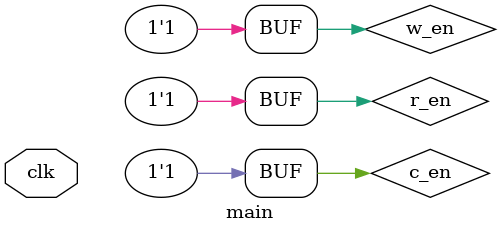
<source format=v>
module main(
    input clk,        //12MHz clock
);
    reg w_en = 1;
    reg r_en = 1;
    reg c_en = 1;
    reg  [7:0] w_addr;
    reg  [7:0] r_addr;
    reg  [15:0] w_data;
    reg  [15:0] mask;
    wire [15:0] r_data;
    ///////////////////////////////////////////////////////////////////////////////////////////////////
    // the following is using the inference method, can't be synthesized => ICESTORM_RAM:  0/16  0%
    /*
    reg [7:0] mem[0:15];

    always @ (posedge clk) begin
        if (w_en == 1'b1) begin
            mem[w_addr] <= w_data;
        end
        if (r_en == 1'b1) begin
            r_data <= mem[r_addr];
        end
    end
    */

    // the following is using the instantiate method, also can't be synthesized
    // https://www.reddit.com/r/yosys/comments/fyxubo/synthesizing_ice40_512x8_block_ram/
    SB_RAM40_4K #(
        .READ_MODE(1),
        .WRITE_MODE(1)
    ) mem (
        .RDATA(r_data),
        .RADDR(r_addr),
        .RCLK(clk),
        .RCLKE(c_en),
        .RE(r_en),
        .WADDR(w_addr),
        .WCLK(clk),
        .WCLKE(c_en),
        .WDATA(w_data),
        .WE(c_en),
        .MASK(mask)
    ); 
endmodule



</source>
